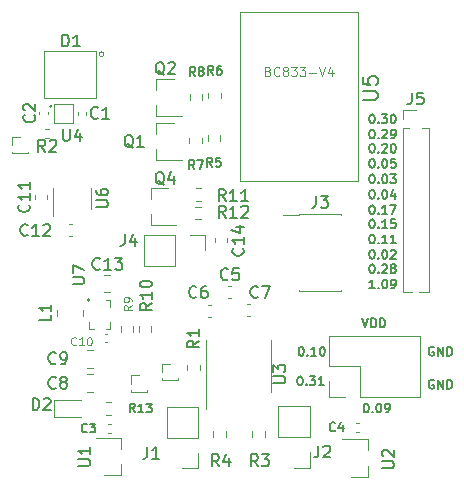
<source format=gbr>
%TF.GenerationSoftware,KiCad,Pcbnew,(5.1.9)-1*%
%TF.CreationDate,2021-03-26T18:59:29+01:00*%
%TF.ProjectId,DotBot,446f7442-6f74-42e6-9b69-6361645f7063,rev?*%
%TF.SameCoordinates,Original*%
%TF.FileFunction,Legend,Top*%
%TF.FilePolarity,Positive*%
%FSLAX46Y46*%
G04 Gerber Fmt 4.6, Leading zero omitted, Abs format (unit mm)*
G04 Created by KiCad (PCBNEW (5.1.9)-1) date 2021-03-26 18:59:29*
%MOMM*%
%LPD*%
G01*
G04 APERTURE LIST*
%ADD10C,0.150000*%
%ADD11C,0.120000*%
%ADD12C,0.100000*%
%ADD13C,0.200000*%
%ADD14C,0.105664*%
G04 APERTURE END LIST*
D10*
X106271428Y-75189285D02*
X106342857Y-75189285D01*
X106414285Y-75225000D01*
X106450000Y-75260714D01*
X106485714Y-75332142D01*
X106521428Y-75475000D01*
X106521428Y-75653571D01*
X106485714Y-75796428D01*
X106450000Y-75867857D01*
X106414285Y-75903571D01*
X106342857Y-75939285D01*
X106271428Y-75939285D01*
X106200000Y-75903571D01*
X106164285Y-75867857D01*
X106128571Y-75796428D01*
X106092857Y-75653571D01*
X106092857Y-75475000D01*
X106128571Y-75332142D01*
X106164285Y-75260714D01*
X106200000Y-75225000D01*
X106271428Y-75189285D01*
X106842857Y-75867857D02*
X106878571Y-75903571D01*
X106842857Y-75939285D01*
X106807142Y-75903571D01*
X106842857Y-75867857D01*
X106842857Y-75939285D01*
X107342857Y-75189285D02*
X107414285Y-75189285D01*
X107485714Y-75225000D01*
X107521428Y-75260714D01*
X107557142Y-75332142D01*
X107592857Y-75475000D01*
X107592857Y-75653571D01*
X107557142Y-75796428D01*
X107521428Y-75867857D01*
X107485714Y-75903571D01*
X107414285Y-75939285D01*
X107342857Y-75939285D01*
X107271428Y-75903571D01*
X107235714Y-75867857D01*
X107200000Y-75796428D01*
X107164285Y-75653571D01*
X107164285Y-75475000D01*
X107200000Y-75332142D01*
X107235714Y-75260714D01*
X107271428Y-75225000D01*
X107342857Y-75189285D01*
X107950000Y-75939285D02*
X108092857Y-75939285D01*
X108164285Y-75903571D01*
X108200000Y-75867857D01*
X108271428Y-75760714D01*
X108307142Y-75617857D01*
X108307142Y-75332142D01*
X108271428Y-75260714D01*
X108235714Y-75225000D01*
X108164285Y-75189285D01*
X108021428Y-75189285D01*
X107950000Y-75225000D01*
X107914285Y-75260714D01*
X107878571Y-75332142D01*
X107878571Y-75510714D01*
X107914285Y-75582142D01*
X107950000Y-75617857D01*
X108021428Y-75653571D01*
X108164285Y-75653571D01*
X108235714Y-75617857D01*
X108271428Y-75582142D01*
X108307142Y-75510714D01*
X112028571Y-73225000D02*
X111957142Y-73189285D01*
X111850000Y-73189285D01*
X111742857Y-73225000D01*
X111671428Y-73296428D01*
X111635714Y-73367857D01*
X111600000Y-73510714D01*
X111600000Y-73617857D01*
X111635714Y-73760714D01*
X111671428Y-73832142D01*
X111742857Y-73903571D01*
X111850000Y-73939285D01*
X111921428Y-73939285D01*
X112028571Y-73903571D01*
X112064285Y-73867857D01*
X112064285Y-73617857D01*
X111921428Y-73617857D01*
X112385714Y-73939285D02*
X112385714Y-73189285D01*
X112814285Y-73939285D01*
X112814285Y-73189285D01*
X113171428Y-73939285D02*
X113171428Y-73189285D01*
X113350000Y-73189285D01*
X113457142Y-73225000D01*
X113528571Y-73296428D01*
X113564285Y-73367857D01*
X113600000Y-73510714D01*
X113600000Y-73617857D01*
X113564285Y-73760714D01*
X113528571Y-73832142D01*
X113457142Y-73903571D01*
X113350000Y-73939285D01*
X113171428Y-73939285D01*
X112028571Y-70425000D02*
X111957142Y-70389285D01*
X111850000Y-70389285D01*
X111742857Y-70425000D01*
X111671428Y-70496428D01*
X111635714Y-70567857D01*
X111600000Y-70710714D01*
X111600000Y-70817857D01*
X111635714Y-70960714D01*
X111671428Y-71032142D01*
X111742857Y-71103571D01*
X111850000Y-71139285D01*
X111921428Y-71139285D01*
X112028571Y-71103571D01*
X112064285Y-71067857D01*
X112064285Y-70817857D01*
X111921428Y-70817857D01*
X112385714Y-71139285D02*
X112385714Y-70389285D01*
X112814285Y-71139285D01*
X112814285Y-70389285D01*
X113171428Y-71139285D02*
X113171428Y-70389285D01*
X113350000Y-70389285D01*
X113457142Y-70425000D01*
X113528571Y-70496428D01*
X113564285Y-70567857D01*
X113600000Y-70710714D01*
X113600000Y-70817857D01*
X113564285Y-70960714D01*
X113528571Y-71032142D01*
X113457142Y-71103571D01*
X113350000Y-71139285D01*
X113171428Y-71139285D01*
X106000000Y-67989285D02*
X106250000Y-68739285D01*
X106500000Y-67989285D01*
X106750000Y-68739285D02*
X106750000Y-67989285D01*
X106928571Y-67989285D01*
X107035714Y-68025000D01*
X107107142Y-68096428D01*
X107142857Y-68167857D01*
X107178571Y-68310714D01*
X107178571Y-68417857D01*
X107142857Y-68560714D01*
X107107142Y-68632142D01*
X107035714Y-68703571D01*
X106928571Y-68739285D01*
X106750000Y-68739285D01*
X107500000Y-68739285D02*
X107500000Y-67989285D01*
X107678571Y-67989285D01*
X107785714Y-68025000D01*
X107857142Y-68096428D01*
X107892857Y-68167857D01*
X107928571Y-68310714D01*
X107928571Y-68417857D01*
X107892857Y-68560714D01*
X107857142Y-68632142D01*
X107785714Y-68703571D01*
X107678571Y-68739285D01*
X107500000Y-68739285D01*
X100671428Y-72889285D02*
X100742857Y-72889285D01*
X100814285Y-72925000D01*
X100850000Y-72960714D01*
X100885714Y-73032142D01*
X100921428Y-73175000D01*
X100921428Y-73353571D01*
X100885714Y-73496428D01*
X100850000Y-73567857D01*
X100814285Y-73603571D01*
X100742857Y-73639285D01*
X100671428Y-73639285D01*
X100600000Y-73603571D01*
X100564285Y-73567857D01*
X100528571Y-73496428D01*
X100492857Y-73353571D01*
X100492857Y-73175000D01*
X100528571Y-73032142D01*
X100564285Y-72960714D01*
X100600000Y-72925000D01*
X100671428Y-72889285D01*
X101242857Y-73567857D02*
X101278571Y-73603571D01*
X101242857Y-73639285D01*
X101207142Y-73603571D01*
X101242857Y-73567857D01*
X101242857Y-73639285D01*
X101528571Y-72889285D02*
X101992857Y-72889285D01*
X101742857Y-73175000D01*
X101850000Y-73175000D01*
X101921428Y-73210714D01*
X101957142Y-73246428D01*
X101992857Y-73317857D01*
X101992857Y-73496428D01*
X101957142Y-73567857D01*
X101921428Y-73603571D01*
X101850000Y-73639285D01*
X101635714Y-73639285D01*
X101564285Y-73603571D01*
X101528571Y-73567857D01*
X102707142Y-73639285D02*
X102278571Y-73639285D01*
X102492857Y-73639285D02*
X102492857Y-72889285D01*
X102421428Y-72996428D01*
X102350000Y-73067857D01*
X102278571Y-73103571D01*
X100771428Y-70389285D02*
X100842857Y-70389285D01*
X100914285Y-70425000D01*
X100950000Y-70460714D01*
X100985714Y-70532142D01*
X101021428Y-70675000D01*
X101021428Y-70853571D01*
X100985714Y-70996428D01*
X100950000Y-71067857D01*
X100914285Y-71103571D01*
X100842857Y-71139285D01*
X100771428Y-71139285D01*
X100700000Y-71103571D01*
X100664285Y-71067857D01*
X100628571Y-70996428D01*
X100592857Y-70853571D01*
X100592857Y-70675000D01*
X100628571Y-70532142D01*
X100664285Y-70460714D01*
X100700000Y-70425000D01*
X100771428Y-70389285D01*
X101342857Y-71067857D02*
X101378571Y-71103571D01*
X101342857Y-71139285D01*
X101307142Y-71103571D01*
X101342857Y-71067857D01*
X101342857Y-71139285D01*
X102092857Y-71139285D02*
X101664285Y-71139285D01*
X101878571Y-71139285D02*
X101878571Y-70389285D01*
X101807142Y-70496428D01*
X101735714Y-70567857D01*
X101664285Y-70603571D01*
X102557142Y-70389285D02*
X102628571Y-70389285D01*
X102700000Y-70425000D01*
X102735714Y-70460714D01*
X102771428Y-70532142D01*
X102807142Y-70675000D01*
X102807142Y-70853571D01*
X102771428Y-70996428D01*
X102735714Y-71067857D01*
X102700000Y-71103571D01*
X102628571Y-71139285D01*
X102557142Y-71139285D01*
X102485714Y-71103571D01*
X102450000Y-71067857D01*
X102414285Y-70996428D01*
X102378571Y-70853571D01*
X102378571Y-70675000D01*
X102414285Y-70532142D01*
X102450000Y-70460714D01*
X102485714Y-70425000D01*
X102557142Y-70389285D01*
X106771428Y-51989285D02*
X106842857Y-51989285D01*
X106914285Y-52025000D01*
X106950000Y-52060714D01*
X106985714Y-52132142D01*
X107021428Y-52275000D01*
X107021428Y-52453571D01*
X106985714Y-52596428D01*
X106950000Y-52667857D01*
X106914285Y-52703571D01*
X106842857Y-52739285D01*
X106771428Y-52739285D01*
X106700000Y-52703571D01*
X106664285Y-52667857D01*
X106628571Y-52596428D01*
X106592857Y-52453571D01*
X106592857Y-52275000D01*
X106628571Y-52132142D01*
X106664285Y-52060714D01*
X106700000Y-52025000D01*
X106771428Y-51989285D01*
X107342857Y-52667857D02*
X107378571Y-52703571D01*
X107342857Y-52739285D01*
X107307142Y-52703571D01*
X107342857Y-52667857D01*
X107342857Y-52739285D01*
X107664285Y-52060714D02*
X107700000Y-52025000D01*
X107771428Y-51989285D01*
X107950000Y-51989285D01*
X108021428Y-52025000D01*
X108057142Y-52060714D01*
X108092857Y-52132142D01*
X108092857Y-52203571D01*
X108057142Y-52310714D01*
X107628571Y-52739285D01*
X108092857Y-52739285D01*
X108450000Y-52739285D02*
X108592857Y-52739285D01*
X108664285Y-52703571D01*
X108700000Y-52667857D01*
X108771428Y-52560714D01*
X108807142Y-52417857D01*
X108807142Y-52132142D01*
X108771428Y-52060714D01*
X108735714Y-52025000D01*
X108664285Y-51989285D01*
X108521428Y-51989285D01*
X108450000Y-52025000D01*
X108414285Y-52060714D01*
X108378571Y-52132142D01*
X108378571Y-52310714D01*
X108414285Y-52382142D01*
X108450000Y-52417857D01*
X108521428Y-52453571D01*
X108664285Y-52453571D01*
X108735714Y-52417857D01*
X108771428Y-52382142D01*
X108807142Y-52310714D01*
X106771428Y-60889285D02*
X106842857Y-60889285D01*
X106914285Y-60925000D01*
X106950000Y-60960714D01*
X106985714Y-61032142D01*
X107021428Y-61175000D01*
X107021428Y-61353571D01*
X106985714Y-61496428D01*
X106950000Y-61567857D01*
X106914285Y-61603571D01*
X106842857Y-61639285D01*
X106771428Y-61639285D01*
X106700000Y-61603571D01*
X106664285Y-61567857D01*
X106628571Y-61496428D01*
X106592857Y-61353571D01*
X106592857Y-61175000D01*
X106628571Y-61032142D01*
X106664285Y-60960714D01*
X106700000Y-60925000D01*
X106771428Y-60889285D01*
X107342857Y-61567857D02*
X107378571Y-61603571D01*
X107342857Y-61639285D01*
X107307142Y-61603571D01*
X107342857Y-61567857D01*
X107342857Y-61639285D01*
X108092857Y-61639285D02*
X107664285Y-61639285D01*
X107878571Y-61639285D02*
X107878571Y-60889285D01*
X107807142Y-60996428D01*
X107735714Y-61067857D01*
X107664285Y-61103571D01*
X108807142Y-61639285D02*
X108378571Y-61639285D01*
X108592857Y-61639285D02*
X108592857Y-60889285D01*
X108521428Y-60996428D01*
X108450000Y-61067857D01*
X108378571Y-61103571D01*
X107021428Y-65439285D02*
X106592857Y-65439285D01*
X106807142Y-65439285D02*
X106807142Y-64689285D01*
X106735714Y-64796428D01*
X106664285Y-64867857D01*
X106592857Y-64903571D01*
X107342857Y-65367857D02*
X107378571Y-65403571D01*
X107342857Y-65439285D01*
X107307142Y-65403571D01*
X107342857Y-65367857D01*
X107342857Y-65439285D01*
X107842857Y-64689285D02*
X107914285Y-64689285D01*
X107985714Y-64725000D01*
X108021428Y-64760714D01*
X108057142Y-64832142D01*
X108092857Y-64975000D01*
X108092857Y-65153571D01*
X108057142Y-65296428D01*
X108021428Y-65367857D01*
X107985714Y-65403571D01*
X107914285Y-65439285D01*
X107842857Y-65439285D01*
X107771428Y-65403571D01*
X107735714Y-65367857D01*
X107700000Y-65296428D01*
X107664285Y-65153571D01*
X107664285Y-64975000D01*
X107700000Y-64832142D01*
X107735714Y-64760714D01*
X107771428Y-64725000D01*
X107842857Y-64689285D01*
X108450000Y-65439285D02*
X108592857Y-65439285D01*
X108664285Y-65403571D01*
X108700000Y-65367857D01*
X108771428Y-65260714D01*
X108807142Y-65117857D01*
X108807142Y-64832142D01*
X108771428Y-64760714D01*
X108735714Y-64725000D01*
X108664285Y-64689285D01*
X108521428Y-64689285D01*
X108450000Y-64725000D01*
X108414285Y-64760714D01*
X108378571Y-64832142D01*
X108378571Y-65010714D01*
X108414285Y-65082142D01*
X108450000Y-65117857D01*
X108521428Y-65153571D01*
X108664285Y-65153571D01*
X108735714Y-65117857D01*
X108771428Y-65082142D01*
X108807142Y-65010714D01*
X106771428Y-59589285D02*
X106842857Y-59589285D01*
X106914285Y-59625000D01*
X106950000Y-59660714D01*
X106985714Y-59732142D01*
X107021428Y-59875000D01*
X107021428Y-60053571D01*
X106985714Y-60196428D01*
X106950000Y-60267857D01*
X106914285Y-60303571D01*
X106842857Y-60339285D01*
X106771428Y-60339285D01*
X106700000Y-60303571D01*
X106664285Y-60267857D01*
X106628571Y-60196428D01*
X106592857Y-60053571D01*
X106592857Y-59875000D01*
X106628571Y-59732142D01*
X106664285Y-59660714D01*
X106700000Y-59625000D01*
X106771428Y-59589285D01*
X107342857Y-60267857D02*
X107378571Y-60303571D01*
X107342857Y-60339285D01*
X107307142Y-60303571D01*
X107342857Y-60267857D01*
X107342857Y-60339285D01*
X108092857Y-60339285D02*
X107664285Y-60339285D01*
X107878571Y-60339285D02*
X107878571Y-59589285D01*
X107807142Y-59696428D01*
X107735714Y-59767857D01*
X107664285Y-59803571D01*
X108771428Y-59589285D02*
X108414285Y-59589285D01*
X108378571Y-59946428D01*
X108414285Y-59910714D01*
X108485714Y-59875000D01*
X108664285Y-59875000D01*
X108735714Y-59910714D01*
X108771428Y-59946428D01*
X108807142Y-60017857D01*
X108807142Y-60196428D01*
X108771428Y-60267857D01*
X108735714Y-60303571D01*
X108664285Y-60339285D01*
X108485714Y-60339285D01*
X108414285Y-60303571D01*
X108378571Y-60267857D01*
X106771428Y-58389285D02*
X106842857Y-58389285D01*
X106914285Y-58425000D01*
X106950000Y-58460714D01*
X106985714Y-58532142D01*
X107021428Y-58675000D01*
X107021428Y-58853571D01*
X106985714Y-58996428D01*
X106950000Y-59067857D01*
X106914285Y-59103571D01*
X106842857Y-59139285D01*
X106771428Y-59139285D01*
X106700000Y-59103571D01*
X106664285Y-59067857D01*
X106628571Y-58996428D01*
X106592857Y-58853571D01*
X106592857Y-58675000D01*
X106628571Y-58532142D01*
X106664285Y-58460714D01*
X106700000Y-58425000D01*
X106771428Y-58389285D01*
X107342857Y-59067857D02*
X107378571Y-59103571D01*
X107342857Y-59139285D01*
X107307142Y-59103571D01*
X107342857Y-59067857D01*
X107342857Y-59139285D01*
X108092857Y-59139285D02*
X107664285Y-59139285D01*
X107878571Y-59139285D02*
X107878571Y-58389285D01*
X107807142Y-58496428D01*
X107735714Y-58567857D01*
X107664285Y-58603571D01*
X108342857Y-58389285D02*
X108842857Y-58389285D01*
X108521428Y-59139285D01*
X106771428Y-63389285D02*
X106842857Y-63389285D01*
X106914285Y-63425000D01*
X106950000Y-63460714D01*
X106985714Y-63532142D01*
X107021428Y-63675000D01*
X107021428Y-63853571D01*
X106985714Y-63996428D01*
X106950000Y-64067857D01*
X106914285Y-64103571D01*
X106842857Y-64139285D01*
X106771428Y-64139285D01*
X106700000Y-64103571D01*
X106664285Y-64067857D01*
X106628571Y-63996428D01*
X106592857Y-63853571D01*
X106592857Y-63675000D01*
X106628571Y-63532142D01*
X106664285Y-63460714D01*
X106700000Y-63425000D01*
X106771428Y-63389285D01*
X107342857Y-64067857D02*
X107378571Y-64103571D01*
X107342857Y-64139285D01*
X107307142Y-64103571D01*
X107342857Y-64067857D01*
X107342857Y-64139285D01*
X107664285Y-63460714D02*
X107700000Y-63425000D01*
X107771428Y-63389285D01*
X107950000Y-63389285D01*
X108021428Y-63425000D01*
X108057142Y-63460714D01*
X108092857Y-63532142D01*
X108092857Y-63603571D01*
X108057142Y-63710714D01*
X107628571Y-64139285D01*
X108092857Y-64139285D01*
X108521428Y-63710714D02*
X108450000Y-63675000D01*
X108414285Y-63639285D01*
X108378571Y-63567857D01*
X108378571Y-63532142D01*
X108414285Y-63460714D01*
X108450000Y-63425000D01*
X108521428Y-63389285D01*
X108664285Y-63389285D01*
X108735714Y-63425000D01*
X108771428Y-63460714D01*
X108807142Y-63532142D01*
X108807142Y-63567857D01*
X108771428Y-63639285D01*
X108735714Y-63675000D01*
X108664285Y-63710714D01*
X108521428Y-63710714D01*
X108450000Y-63746428D01*
X108414285Y-63782142D01*
X108378571Y-63853571D01*
X108378571Y-63996428D01*
X108414285Y-64067857D01*
X108450000Y-64103571D01*
X108521428Y-64139285D01*
X108664285Y-64139285D01*
X108735714Y-64103571D01*
X108771428Y-64067857D01*
X108807142Y-63996428D01*
X108807142Y-63853571D01*
X108771428Y-63782142D01*
X108735714Y-63746428D01*
X108664285Y-63710714D01*
X106771428Y-57089285D02*
X106842857Y-57089285D01*
X106914285Y-57125000D01*
X106950000Y-57160714D01*
X106985714Y-57232142D01*
X107021428Y-57375000D01*
X107021428Y-57553571D01*
X106985714Y-57696428D01*
X106950000Y-57767857D01*
X106914285Y-57803571D01*
X106842857Y-57839285D01*
X106771428Y-57839285D01*
X106700000Y-57803571D01*
X106664285Y-57767857D01*
X106628571Y-57696428D01*
X106592857Y-57553571D01*
X106592857Y-57375000D01*
X106628571Y-57232142D01*
X106664285Y-57160714D01*
X106700000Y-57125000D01*
X106771428Y-57089285D01*
X107342857Y-57767857D02*
X107378571Y-57803571D01*
X107342857Y-57839285D01*
X107307142Y-57803571D01*
X107342857Y-57767857D01*
X107342857Y-57839285D01*
X107842857Y-57089285D02*
X107914285Y-57089285D01*
X107985714Y-57125000D01*
X108021428Y-57160714D01*
X108057142Y-57232142D01*
X108092857Y-57375000D01*
X108092857Y-57553571D01*
X108057142Y-57696428D01*
X108021428Y-57767857D01*
X107985714Y-57803571D01*
X107914285Y-57839285D01*
X107842857Y-57839285D01*
X107771428Y-57803571D01*
X107735714Y-57767857D01*
X107700000Y-57696428D01*
X107664285Y-57553571D01*
X107664285Y-57375000D01*
X107700000Y-57232142D01*
X107735714Y-57160714D01*
X107771428Y-57125000D01*
X107842857Y-57089285D01*
X108735714Y-57339285D02*
X108735714Y-57839285D01*
X108557142Y-57053571D02*
X108378571Y-57589285D01*
X108842857Y-57589285D01*
X106771428Y-62189285D02*
X106842857Y-62189285D01*
X106914285Y-62225000D01*
X106950000Y-62260714D01*
X106985714Y-62332142D01*
X107021428Y-62475000D01*
X107021428Y-62653571D01*
X106985714Y-62796428D01*
X106950000Y-62867857D01*
X106914285Y-62903571D01*
X106842857Y-62939285D01*
X106771428Y-62939285D01*
X106700000Y-62903571D01*
X106664285Y-62867857D01*
X106628571Y-62796428D01*
X106592857Y-62653571D01*
X106592857Y-62475000D01*
X106628571Y-62332142D01*
X106664285Y-62260714D01*
X106700000Y-62225000D01*
X106771428Y-62189285D01*
X107342857Y-62867857D02*
X107378571Y-62903571D01*
X107342857Y-62939285D01*
X107307142Y-62903571D01*
X107342857Y-62867857D01*
X107342857Y-62939285D01*
X107842857Y-62189285D02*
X107914285Y-62189285D01*
X107985714Y-62225000D01*
X108021428Y-62260714D01*
X108057142Y-62332142D01*
X108092857Y-62475000D01*
X108092857Y-62653571D01*
X108057142Y-62796428D01*
X108021428Y-62867857D01*
X107985714Y-62903571D01*
X107914285Y-62939285D01*
X107842857Y-62939285D01*
X107771428Y-62903571D01*
X107735714Y-62867857D01*
X107700000Y-62796428D01*
X107664285Y-62653571D01*
X107664285Y-62475000D01*
X107700000Y-62332142D01*
X107735714Y-62260714D01*
X107771428Y-62225000D01*
X107842857Y-62189285D01*
X108378571Y-62260714D02*
X108414285Y-62225000D01*
X108485714Y-62189285D01*
X108664285Y-62189285D01*
X108735714Y-62225000D01*
X108771428Y-62260714D01*
X108807142Y-62332142D01*
X108807142Y-62403571D01*
X108771428Y-62510714D01*
X108342857Y-62939285D01*
X108807142Y-62939285D01*
X106771428Y-55789285D02*
X106842857Y-55789285D01*
X106914285Y-55825000D01*
X106950000Y-55860714D01*
X106985714Y-55932142D01*
X107021428Y-56075000D01*
X107021428Y-56253571D01*
X106985714Y-56396428D01*
X106950000Y-56467857D01*
X106914285Y-56503571D01*
X106842857Y-56539285D01*
X106771428Y-56539285D01*
X106700000Y-56503571D01*
X106664285Y-56467857D01*
X106628571Y-56396428D01*
X106592857Y-56253571D01*
X106592857Y-56075000D01*
X106628571Y-55932142D01*
X106664285Y-55860714D01*
X106700000Y-55825000D01*
X106771428Y-55789285D01*
X107342857Y-56467857D02*
X107378571Y-56503571D01*
X107342857Y-56539285D01*
X107307142Y-56503571D01*
X107342857Y-56467857D01*
X107342857Y-56539285D01*
X107842857Y-55789285D02*
X107914285Y-55789285D01*
X107985714Y-55825000D01*
X108021428Y-55860714D01*
X108057142Y-55932142D01*
X108092857Y-56075000D01*
X108092857Y-56253571D01*
X108057142Y-56396428D01*
X108021428Y-56467857D01*
X107985714Y-56503571D01*
X107914285Y-56539285D01*
X107842857Y-56539285D01*
X107771428Y-56503571D01*
X107735714Y-56467857D01*
X107700000Y-56396428D01*
X107664285Y-56253571D01*
X107664285Y-56075000D01*
X107700000Y-55932142D01*
X107735714Y-55860714D01*
X107771428Y-55825000D01*
X107842857Y-55789285D01*
X108342857Y-55789285D02*
X108807142Y-55789285D01*
X108557142Y-56075000D01*
X108664285Y-56075000D01*
X108735714Y-56110714D01*
X108771428Y-56146428D01*
X108807142Y-56217857D01*
X108807142Y-56396428D01*
X108771428Y-56467857D01*
X108735714Y-56503571D01*
X108664285Y-56539285D01*
X108450000Y-56539285D01*
X108378571Y-56503571D01*
X108342857Y-56467857D01*
X106771428Y-54489285D02*
X106842857Y-54489285D01*
X106914285Y-54525000D01*
X106950000Y-54560714D01*
X106985714Y-54632142D01*
X107021428Y-54775000D01*
X107021428Y-54953571D01*
X106985714Y-55096428D01*
X106950000Y-55167857D01*
X106914285Y-55203571D01*
X106842857Y-55239285D01*
X106771428Y-55239285D01*
X106700000Y-55203571D01*
X106664285Y-55167857D01*
X106628571Y-55096428D01*
X106592857Y-54953571D01*
X106592857Y-54775000D01*
X106628571Y-54632142D01*
X106664285Y-54560714D01*
X106700000Y-54525000D01*
X106771428Y-54489285D01*
X107342857Y-55167857D02*
X107378571Y-55203571D01*
X107342857Y-55239285D01*
X107307142Y-55203571D01*
X107342857Y-55167857D01*
X107342857Y-55239285D01*
X107842857Y-54489285D02*
X107914285Y-54489285D01*
X107985714Y-54525000D01*
X108021428Y-54560714D01*
X108057142Y-54632142D01*
X108092857Y-54775000D01*
X108092857Y-54953571D01*
X108057142Y-55096428D01*
X108021428Y-55167857D01*
X107985714Y-55203571D01*
X107914285Y-55239285D01*
X107842857Y-55239285D01*
X107771428Y-55203571D01*
X107735714Y-55167857D01*
X107700000Y-55096428D01*
X107664285Y-54953571D01*
X107664285Y-54775000D01*
X107700000Y-54632142D01*
X107735714Y-54560714D01*
X107771428Y-54525000D01*
X107842857Y-54489285D01*
X108771428Y-54489285D02*
X108414285Y-54489285D01*
X108378571Y-54846428D01*
X108414285Y-54810714D01*
X108485714Y-54775000D01*
X108664285Y-54775000D01*
X108735714Y-54810714D01*
X108771428Y-54846428D01*
X108807142Y-54917857D01*
X108807142Y-55096428D01*
X108771428Y-55167857D01*
X108735714Y-55203571D01*
X108664285Y-55239285D01*
X108485714Y-55239285D01*
X108414285Y-55203571D01*
X108378571Y-55167857D01*
X106771428Y-53189285D02*
X106842857Y-53189285D01*
X106914285Y-53225000D01*
X106950000Y-53260714D01*
X106985714Y-53332142D01*
X107021428Y-53475000D01*
X107021428Y-53653571D01*
X106985714Y-53796428D01*
X106950000Y-53867857D01*
X106914285Y-53903571D01*
X106842857Y-53939285D01*
X106771428Y-53939285D01*
X106700000Y-53903571D01*
X106664285Y-53867857D01*
X106628571Y-53796428D01*
X106592857Y-53653571D01*
X106592857Y-53475000D01*
X106628571Y-53332142D01*
X106664285Y-53260714D01*
X106700000Y-53225000D01*
X106771428Y-53189285D01*
X107342857Y-53867857D02*
X107378571Y-53903571D01*
X107342857Y-53939285D01*
X107307142Y-53903571D01*
X107342857Y-53867857D01*
X107342857Y-53939285D01*
X107664285Y-53260714D02*
X107700000Y-53225000D01*
X107771428Y-53189285D01*
X107950000Y-53189285D01*
X108021428Y-53225000D01*
X108057142Y-53260714D01*
X108092857Y-53332142D01*
X108092857Y-53403571D01*
X108057142Y-53510714D01*
X107628571Y-53939285D01*
X108092857Y-53939285D01*
X108557142Y-53189285D02*
X108628571Y-53189285D01*
X108700000Y-53225000D01*
X108735714Y-53260714D01*
X108771428Y-53332142D01*
X108807142Y-53475000D01*
X108807142Y-53653571D01*
X108771428Y-53796428D01*
X108735714Y-53867857D01*
X108700000Y-53903571D01*
X108628571Y-53939285D01*
X108557142Y-53939285D01*
X108485714Y-53903571D01*
X108450000Y-53867857D01*
X108414285Y-53796428D01*
X108378571Y-53653571D01*
X108378571Y-53475000D01*
X108414285Y-53332142D01*
X108450000Y-53260714D01*
X108485714Y-53225000D01*
X108557142Y-53189285D01*
X106771428Y-50689285D02*
X106842857Y-50689285D01*
X106914285Y-50725000D01*
X106950000Y-50760714D01*
X106985714Y-50832142D01*
X107021428Y-50975000D01*
X107021428Y-51153571D01*
X106985714Y-51296428D01*
X106950000Y-51367857D01*
X106914285Y-51403571D01*
X106842857Y-51439285D01*
X106771428Y-51439285D01*
X106700000Y-51403571D01*
X106664285Y-51367857D01*
X106628571Y-51296428D01*
X106592857Y-51153571D01*
X106592857Y-50975000D01*
X106628571Y-50832142D01*
X106664285Y-50760714D01*
X106700000Y-50725000D01*
X106771428Y-50689285D01*
X107342857Y-51367857D02*
X107378571Y-51403571D01*
X107342857Y-51439285D01*
X107307142Y-51403571D01*
X107342857Y-51367857D01*
X107342857Y-51439285D01*
X107628571Y-50689285D02*
X108092857Y-50689285D01*
X107842857Y-50975000D01*
X107950000Y-50975000D01*
X108021428Y-51010714D01*
X108057142Y-51046428D01*
X108092857Y-51117857D01*
X108092857Y-51296428D01*
X108057142Y-51367857D01*
X108021428Y-51403571D01*
X107950000Y-51439285D01*
X107735714Y-51439285D01*
X107664285Y-51403571D01*
X107628571Y-51367857D01*
X108557142Y-50689285D02*
X108628571Y-50689285D01*
X108700000Y-50725000D01*
X108735714Y-50760714D01*
X108771428Y-50832142D01*
X108807142Y-50975000D01*
X108807142Y-51153571D01*
X108771428Y-51296428D01*
X108735714Y-51367857D01*
X108700000Y-51403571D01*
X108628571Y-51439285D01*
X108557142Y-51439285D01*
X108485714Y-51403571D01*
X108450000Y-51367857D01*
X108414285Y-51296428D01*
X108378571Y-51153571D01*
X108378571Y-50975000D01*
X108414285Y-50832142D01*
X108450000Y-50760714D01*
X108485714Y-50725000D01*
X108557142Y-50689285D01*
D11*
%TO.C,J5*%
X109390000Y-65765000D02*
X110192470Y-65765000D01*
X110807530Y-65765000D02*
X111610000Y-65765000D01*
X109390000Y-51860000D02*
X109390000Y-65765000D01*
X111610000Y-51860000D02*
X111610000Y-65765000D01*
X109390000Y-51860000D02*
X109936529Y-51860000D01*
X111063471Y-51860000D02*
X111610000Y-51860000D01*
X109390000Y-51100000D02*
X109390000Y-50340000D01*
X109390000Y-50340000D02*
X110500000Y-50340000D01*
%TO.C,J6*%
X110910000Y-74630000D02*
X110910000Y-69430000D01*
X105770000Y-74630000D02*
X110910000Y-74630000D01*
X103170000Y-69430000D02*
X110910000Y-69430000D01*
X105770000Y-74630000D02*
X105770000Y-72030000D01*
X105770000Y-72030000D02*
X103170000Y-72030000D01*
X103170000Y-72030000D02*
X103170000Y-69430000D01*
X104500000Y-74630000D02*
X103170000Y-74630000D01*
X103170000Y-74630000D02*
X103170000Y-73300000D01*
%TO.C,C7*%
X96184420Y-67810000D02*
X96465580Y-67810000D01*
X96184420Y-66790000D02*
X96465580Y-66790000D01*
%TO.C,J2*%
X101530000Y-75430000D02*
X98870000Y-75430000D01*
X101530000Y-78030000D02*
X101530000Y-75430000D01*
X98870000Y-78030000D02*
X98870000Y-75430000D01*
X101530000Y-78030000D02*
X98870000Y-78030000D01*
X101530000Y-79300000D02*
X101530000Y-80630000D01*
X101530000Y-80630000D02*
X100200000Y-80630000D01*
%TO.C,C14*%
X94510000Y-61209420D02*
X94510000Y-61490580D01*
X93490000Y-61209420D02*
X93490000Y-61490580D01*
%TO.C,TP3*%
X76305000Y-52615000D02*
X77000000Y-52615000D01*
X76305000Y-53300000D02*
X76305000Y-52615000D01*
X77608276Y-53985000D02*
X77695000Y-53985000D01*
X76305000Y-53985000D02*
X76391724Y-53985000D01*
X77695000Y-53985000D02*
X77695000Y-53860000D01*
X76305000Y-53985000D02*
X76305000Y-53860000D01*
X76305000Y-53985000D02*
X77695000Y-53985000D01*
%TO.C,TP2*%
X86405000Y-72815000D02*
X87100000Y-72815000D01*
X86405000Y-73500000D02*
X86405000Y-72815000D01*
X87708276Y-74185000D02*
X87795000Y-74185000D01*
X86405000Y-74185000D02*
X86491724Y-74185000D01*
X87795000Y-74185000D02*
X87795000Y-74060000D01*
X86405000Y-74185000D02*
X86405000Y-74060000D01*
X86405000Y-74185000D02*
X87795000Y-74185000D01*
%TO.C,TP1*%
X89005000Y-71815000D02*
X89700000Y-71815000D01*
X89005000Y-72500000D02*
X89005000Y-71815000D01*
X90308276Y-73185000D02*
X90395000Y-73185000D01*
X89005000Y-73185000D02*
X89091724Y-73185000D01*
X90395000Y-73185000D02*
X90395000Y-73060000D01*
X89005000Y-73185000D02*
X89005000Y-73060000D01*
X89005000Y-73185000D02*
X90395000Y-73185000D01*
%TO.C,R13*%
X84737258Y-75077500D02*
X84262742Y-75077500D01*
X84737258Y-76122500D02*
X84262742Y-76122500D01*
%TO.C,D2*%
X79915000Y-76335000D02*
X82200000Y-76335000D01*
X79915000Y-74865000D02*
X79915000Y-76335000D01*
X82200000Y-74865000D02*
X79915000Y-74865000D01*
%TO.C,J3*%
X104165000Y-65570000D02*
X104165000Y-65635000D01*
X100635000Y-65570000D02*
X100635000Y-65635000D01*
X104165000Y-59165000D02*
X104165000Y-59230000D01*
X100635000Y-59165000D02*
X100635000Y-59230000D01*
X99310000Y-59230000D02*
X100635000Y-59230000D01*
X100635000Y-65635000D02*
X104165000Y-65635000D01*
X100635000Y-59165000D02*
X104165000Y-59165000D01*
%TO.C,J4*%
X87492000Y-60896000D02*
X87492000Y-63556000D01*
X90092000Y-60896000D02*
X87492000Y-60896000D01*
X90092000Y-63556000D02*
X87492000Y-63556000D01*
X90092000Y-60896000D02*
X90092000Y-63556000D01*
X91362000Y-60896000D02*
X92692000Y-60896000D01*
X92692000Y-60896000D02*
X92692000Y-62226000D01*
%TO.C,J1*%
X92080000Y-75480000D02*
X89420000Y-75480000D01*
X92080000Y-78080000D02*
X92080000Y-75480000D01*
X89420000Y-78080000D02*
X89420000Y-75480000D01*
X92080000Y-78080000D02*
X89420000Y-78080000D01*
X92080000Y-79350000D02*
X92080000Y-80680000D01*
X92080000Y-80680000D02*
X90750000Y-80680000D01*
D12*
%TO.C,U4*%
X79912000Y-51420000D02*
X79912000Y-49820000D01*
X81512000Y-51420000D02*
X79912000Y-51420000D01*
X81512000Y-49820000D02*
X81512000Y-51420000D01*
X79912000Y-49820000D02*
X81512000Y-49820000D01*
D11*
X79712000Y-50020000D02*
G75*
G03*
X79712000Y-50020000I-100000J0D01*
G01*
%TO.C,C1*%
X81876000Y-50512164D02*
X81876000Y-50727836D01*
X82596000Y-50512164D02*
X82596000Y-50727836D01*
%TO.C,C2*%
X78640000Y-50687836D02*
X78640000Y-50472164D01*
X79360000Y-50687836D02*
X79360000Y-50472164D01*
%TO.C,C3*%
X84492164Y-77660000D02*
X84707836Y-77660000D01*
X84492164Y-76940000D02*
X84707836Y-76940000D01*
%TO.C,C4*%
X105492164Y-76840000D02*
X105707836Y-76840000D01*
X105492164Y-77560000D02*
X105707836Y-77560000D01*
%TO.C,C5*%
X94890580Y-65265000D02*
X94609420Y-65265000D01*
X94890580Y-66285000D02*
X94609420Y-66285000D01*
%TO.C,C6*%
X93215580Y-67835000D02*
X92934420Y-67835000D01*
X93215580Y-66815000D02*
X92934420Y-66815000D01*
%TO.C,C8*%
X83181252Y-74195000D02*
X82658748Y-74195000D01*
X83181252Y-72725000D02*
X82658748Y-72725000D01*
%TO.C,C9*%
X83181252Y-70675000D02*
X82658748Y-70675000D01*
X83181252Y-72145000D02*
X82658748Y-72145000D01*
%TO.C,C10*%
X84192164Y-70010000D02*
X84407836Y-70010000D01*
X84192164Y-69290000D02*
X84407836Y-69290000D01*
%TO.C,C11*%
X79310000Y-57559420D02*
X79310000Y-57840580D01*
X78290000Y-57559420D02*
X78290000Y-57840580D01*
%TO.C,C12*%
X81159420Y-61010000D02*
X81440580Y-61010000D01*
X81159420Y-59990000D02*
X81440580Y-59990000D01*
%TO.C,C13*%
X84661252Y-64315000D02*
X84138748Y-64315000D01*
X84661252Y-65785000D02*
X84138748Y-65785000D01*
%TO.C,D1*%
X84100000Y-45600000D02*
G75*
G03*
X84100000Y-45600000I-200000J0D01*
G01*
X79000000Y-49300000D02*
X79000000Y-45300000D01*
X83400000Y-49300000D02*
X79000000Y-49300000D01*
X83400000Y-45300000D02*
X83400000Y-49300000D01*
X79000000Y-45300000D02*
X83400000Y-45300000D01*
%TO.C,L1*%
X82360000Y-67761252D02*
X82360000Y-67238748D01*
X80140000Y-67761252D02*
X80140000Y-67238748D01*
%TO.C,Q1*%
X88556000Y-51414000D02*
X90016000Y-51414000D01*
X88556000Y-54574000D02*
X90716000Y-54574000D01*
X88556000Y-54574000D02*
X88556000Y-53644000D01*
X88556000Y-51414000D02*
X88556000Y-52344000D01*
%TO.C,Q2*%
X88556000Y-47720000D02*
X90016000Y-47720000D01*
X88556000Y-50880000D02*
X90716000Y-50880000D01*
X88556000Y-50880000D02*
X88556000Y-49950000D01*
X88556000Y-47720000D02*
X88556000Y-48650000D01*
%TO.C,Q4*%
X88090000Y-56920000D02*
X89550000Y-56920000D01*
X88090000Y-60080000D02*
X90250000Y-60080000D01*
X88090000Y-60080000D02*
X88090000Y-59150000D01*
X88090000Y-56920000D02*
X88090000Y-57850000D01*
%TO.C,R1*%
X91177500Y-72387258D02*
X91177500Y-71912742D01*
X92222500Y-72387258D02*
X92222500Y-71912742D01*
%TO.C,R2*%
X79146359Y-52680000D02*
X79453641Y-52680000D01*
X79146359Y-51920000D02*
X79453641Y-51920000D01*
%TO.C,R3*%
X97722500Y-77987258D02*
X97722500Y-77512742D01*
X96677500Y-77987258D02*
X96677500Y-77512742D01*
%TO.C,R4*%
X93377500Y-77987258D02*
X93377500Y-77512742D01*
X94422500Y-77987258D02*
X94422500Y-77512742D01*
%TO.C,R5*%
X92907500Y-52462742D02*
X92907500Y-52937258D01*
X93952500Y-52462742D02*
X93952500Y-52937258D01*
%TO.C,R6*%
X92937500Y-48862742D02*
X92937500Y-49337258D01*
X93982500Y-48862742D02*
X93982500Y-49337258D01*
%TO.C,R7*%
X91337500Y-53147258D02*
X91337500Y-52672742D01*
X92382500Y-53147258D02*
X92382500Y-52672742D01*
%TO.C,R8*%
X91367500Y-49497258D02*
X91367500Y-49022742D01*
X92412500Y-49497258D02*
X92412500Y-49022742D01*
%TO.C,R9*%
X86572500Y-69137258D02*
X86572500Y-68662742D01*
X85527500Y-69137258D02*
X85527500Y-68662742D01*
%TO.C,R10*%
X88122500Y-68662742D02*
X88122500Y-69137258D01*
X87077500Y-68662742D02*
X87077500Y-69137258D01*
%TO.C,R11*%
X91862742Y-58022500D02*
X92337258Y-58022500D01*
X91862742Y-56977500D02*
X92337258Y-56977500D01*
%TO.C,R12*%
X92287258Y-58527500D02*
X91812742Y-58527500D01*
X92287258Y-59572500D02*
X91812742Y-59572500D01*
%TO.C,U1*%
X85560000Y-81280000D02*
X85560000Y-80350000D01*
X85560000Y-78120000D02*
X85560000Y-79050000D01*
X85560000Y-78120000D02*
X83400000Y-78120000D01*
X85560000Y-81280000D02*
X84100000Y-81280000D01*
%TO.C,U2*%
X106460000Y-81380000D02*
X106460000Y-80450000D01*
X106460000Y-78220000D02*
X106460000Y-79150000D01*
X106460000Y-78220000D02*
X104300000Y-78220000D01*
X106460000Y-81380000D02*
X105000000Y-81380000D01*
%TO.C,U3*%
X92740000Y-72000000D02*
X92740000Y-75650000D01*
X92740000Y-72000000D02*
X92740000Y-69800000D01*
X98260000Y-72000000D02*
X98260000Y-74200000D01*
X98260000Y-72000000D02*
X98260000Y-69800000D01*
D12*
%TO.C,U5*%
X95596200Y-56379600D02*
X105603800Y-56379600D01*
X95596200Y-56379600D02*
X95596200Y-42079400D01*
X105603800Y-56379600D02*
X105603800Y-42079400D01*
X95596200Y-42079400D02*
X105603800Y-42079400D01*
D11*
%TO.C,U6*%
X79790000Y-56900000D02*
X79790000Y-59350000D01*
X83010000Y-58700000D02*
X83010000Y-56900000D01*
D13*
%TO.C,U7*%
X82900000Y-66400000D02*
G75*
G03*
X82900000Y-66400000I-100000J0D01*
G01*
D11*
X82875000Y-68845000D02*
X82875000Y-68307500D01*
X83252500Y-68845000D02*
X82875000Y-68845000D01*
X84625000Y-66455000D02*
X84625000Y-66992500D01*
X84247500Y-66455000D02*
X84625000Y-66455000D01*
X84625000Y-68845000D02*
X84625000Y-68307500D01*
X84247500Y-68845000D02*
X84625000Y-68845000D01*
X84625000Y-66455000D02*
X84625000Y-66992500D01*
X84247500Y-66455000D02*
X84625000Y-66455000D01*
X84625000Y-66455000D02*
X84625000Y-66992500D01*
X84247500Y-66455000D02*
X84625000Y-66455000D01*
%TD*%
%TO.C,J5*%
D10*
X110166666Y-48857380D02*
X110166666Y-49571666D01*
X110119047Y-49714523D01*
X110023809Y-49809761D01*
X109880952Y-49857380D01*
X109785714Y-49857380D01*
X111119047Y-48857380D02*
X110642857Y-48857380D01*
X110595238Y-49333571D01*
X110642857Y-49285952D01*
X110738095Y-49238333D01*
X110976190Y-49238333D01*
X111071428Y-49285952D01*
X111119047Y-49333571D01*
X111166666Y-49428809D01*
X111166666Y-49666904D01*
X111119047Y-49762142D01*
X111071428Y-49809761D01*
X110976190Y-49857380D01*
X110738095Y-49857380D01*
X110642857Y-49809761D01*
X110595238Y-49762142D01*
%TO.C,C7*%
X97133333Y-66157142D02*
X97085714Y-66204761D01*
X96942857Y-66252380D01*
X96847619Y-66252380D01*
X96704761Y-66204761D01*
X96609523Y-66109523D01*
X96561904Y-66014285D01*
X96514285Y-65823809D01*
X96514285Y-65680952D01*
X96561904Y-65490476D01*
X96609523Y-65395238D01*
X96704761Y-65300000D01*
X96847619Y-65252380D01*
X96942857Y-65252380D01*
X97085714Y-65300000D01*
X97133333Y-65347619D01*
X97466666Y-65252380D02*
X98133333Y-65252380D01*
X97704761Y-66252380D01*
%TO.C,J2*%
X102266666Y-78752380D02*
X102266666Y-79466666D01*
X102219047Y-79609523D01*
X102123809Y-79704761D01*
X101980952Y-79752380D01*
X101885714Y-79752380D01*
X102695238Y-78847619D02*
X102742857Y-78800000D01*
X102838095Y-78752380D01*
X103076190Y-78752380D01*
X103171428Y-78800000D01*
X103219047Y-78847619D01*
X103266666Y-78942857D01*
X103266666Y-79038095D01*
X103219047Y-79180952D01*
X102647619Y-79752380D01*
X103266666Y-79752380D01*
%TO.C,C14*%
X95857142Y-62042857D02*
X95904761Y-62090476D01*
X95952380Y-62233333D01*
X95952380Y-62328571D01*
X95904761Y-62471428D01*
X95809523Y-62566666D01*
X95714285Y-62614285D01*
X95523809Y-62661904D01*
X95380952Y-62661904D01*
X95190476Y-62614285D01*
X95095238Y-62566666D01*
X95000000Y-62471428D01*
X94952380Y-62328571D01*
X94952380Y-62233333D01*
X95000000Y-62090476D01*
X95047619Y-62042857D01*
X95952380Y-61090476D02*
X95952380Y-61661904D01*
X95952380Y-61376190D02*
X94952380Y-61376190D01*
X95095238Y-61471428D01*
X95190476Y-61566666D01*
X95238095Y-61661904D01*
X95285714Y-60233333D02*
X95952380Y-60233333D01*
X94904761Y-60471428D02*
X95619047Y-60709523D01*
X95619047Y-60090476D01*
%TO.C,R13*%
X86717857Y-75939285D02*
X86467857Y-75582142D01*
X86289285Y-75939285D02*
X86289285Y-75189285D01*
X86575000Y-75189285D01*
X86646428Y-75225000D01*
X86682142Y-75260714D01*
X86717857Y-75332142D01*
X86717857Y-75439285D01*
X86682142Y-75510714D01*
X86646428Y-75546428D01*
X86575000Y-75582142D01*
X86289285Y-75582142D01*
X87432142Y-75939285D02*
X87003571Y-75939285D01*
X87217857Y-75939285D02*
X87217857Y-75189285D01*
X87146428Y-75296428D01*
X87075000Y-75367857D01*
X87003571Y-75403571D01*
X87682142Y-75189285D02*
X88146428Y-75189285D01*
X87896428Y-75475000D01*
X88003571Y-75475000D01*
X88075000Y-75510714D01*
X88110714Y-75546428D01*
X88146428Y-75617857D01*
X88146428Y-75796428D01*
X88110714Y-75867857D01*
X88075000Y-75903571D01*
X88003571Y-75939285D01*
X87789285Y-75939285D01*
X87717857Y-75903571D01*
X87682142Y-75867857D01*
%TO.C,D2*%
X78061904Y-75752380D02*
X78061904Y-74752380D01*
X78300000Y-74752380D01*
X78442857Y-74800000D01*
X78538095Y-74895238D01*
X78585714Y-74990476D01*
X78633333Y-75180952D01*
X78633333Y-75323809D01*
X78585714Y-75514285D01*
X78538095Y-75609523D01*
X78442857Y-75704761D01*
X78300000Y-75752380D01*
X78061904Y-75752380D01*
X79014285Y-74847619D02*
X79061904Y-74800000D01*
X79157142Y-74752380D01*
X79395238Y-74752380D01*
X79490476Y-74800000D01*
X79538095Y-74847619D01*
X79585714Y-74942857D01*
X79585714Y-75038095D01*
X79538095Y-75180952D01*
X78966666Y-75752380D01*
X79585714Y-75752380D01*
%TO.C,J3*%
X102066666Y-57617380D02*
X102066666Y-58331666D01*
X102019047Y-58474523D01*
X101923809Y-58569761D01*
X101780952Y-58617380D01*
X101685714Y-58617380D01*
X102447619Y-57617380D02*
X103066666Y-57617380D01*
X102733333Y-57998333D01*
X102876190Y-57998333D01*
X102971428Y-58045952D01*
X103019047Y-58093571D01*
X103066666Y-58188809D01*
X103066666Y-58426904D01*
X103019047Y-58522142D01*
X102971428Y-58569761D01*
X102876190Y-58617380D01*
X102590476Y-58617380D01*
X102495238Y-58569761D01*
X102447619Y-58522142D01*
%TO.C,J4*%
X85866666Y-60852380D02*
X85866666Y-61566666D01*
X85819047Y-61709523D01*
X85723809Y-61804761D01*
X85580952Y-61852380D01*
X85485714Y-61852380D01*
X86771428Y-61185714D02*
X86771428Y-61852380D01*
X86533333Y-60804761D02*
X86295238Y-61519047D01*
X86914285Y-61519047D01*
%TO.C,J1*%
X87766666Y-78852380D02*
X87766666Y-79566666D01*
X87719047Y-79709523D01*
X87623809Y-79804761D01*
X87480952Y-79852380D01*
X87385714Y-79852380D01*
X88766666Y-79852380D02*
X88195238Y-79852380D01*
X88480952Y-79852380D02*
X88480952Y-78852380D01*
X88385714Y-78995238D01*
X88290476Y-79090476D01*
X88195238Y-79138095D01*
%TO.C,U4*%
X80638095Y-51952380D02*
X80638095Y-52761904D01*
X80685714Y-52857142D01*
X80733333Y-52904761D01*
X80828571Y-52952380D01*
X81019047Y-52952380D01*
X81114285Y-52904761D01*
X81161904Y-52857142D01*
X81209523Y-52761904D01*
X81209523Y-51952380D01*
X82114285Y-52285714D02*
X82114285Y-52952380D01*
X81876190Y-51904761D02*
X81638095Y-52619047D01*
X82257142Y-52619047D01*
%TO.C,C1*%
X83593333Y-50977142D02*
X83545714Y-51024761D01*
X83402857Y-51072380D01*
X83307619Y-51072380D01*
X83164761Y-51024761D01*
X83069523Y-50929523D01*
X83021904Y-50834285D01*
X82974285Y-50643809D01*
X82974285Y-50500952D01*
X83021904Y-50310476D01*
X83069523Y-50215238D01*
X83164761Y-50120000D01*
X83307619Y-50072380D01*
X83402857Y-50072380D01*
X83545714Y-50120000D01*
X83593333Y-50167619D01*
X84545714Y-51072380D02*
X83974285Y-51072380D01*
X84260000Y-51072380D02*
X84260000Y-50072380D01*
X84164761Y-50215238D01*
X84069523Y-50310476D01*
X83974285Y-50358095D01*
%TO.C,C2*%
X78197142Y-50746666D02*
X78244761Y-50794285D01*
X78292380Y-50937142D01*
X78292380Y-51032380D01*
X78244761Y-51175238D01*
X78149523Y-51270476D01*
X78054285Y-51318095D01*
X77863809Y-51365714D01*
X77720952Y-51365714D01*
X77530476Y-51318095D01*
X77435238Y-51270476D01*
X77340000Y-51175238D01*
X77292380Y-51032380D01*
X77292380Y-50937142D01*
X77340000Y-50794285D01*
X77387619Y-50746666D01*
X77387619Y-50365714D02*
X77340000Y-50318095D01*
X77292380Y-50222857D01*
X77292380Y-49984761D01*
X77340000Y-49889523D01*
X77387619Y-49841904D01*
X77482857Y-49794285D01*
X77578095Y-49794285D01*
X77720952Y-49841904D01*
X78292380Y-50413333D01*
X78292380Y-49794285D01*
%TO.C,C3*%
X82675000Y-77567857D02*
X82639285Y-77603571D01*
X82532142Y-77639285D01*
X82460714Y-77639285D01*
X82353571Y-77603571D01*
X82282142Y-77532142D01*
X82246428Y-77460714D01*
X82210714Y-77317857D01*
X82210714Y-77210714D01*
X82246428Y-77067857D01*
X82282142Y-76996428D01*
X82353571Y-76925000D01*
X82460714Y-76889285D01*
X82532142Y-76889285D01*
X82639285Y-76925000D01*
X82675000Y-76960714D01*
X82925000Y-76889285D02*
X83389285Y-76889285D01*
X83139285Y-77175000D01*
X83246428Y-77175000D01*
X83317857Y-77210714D01*
X83353571Y-77246428D01*
X83389285Y-77317857D01*
X83389285Y-77496428D01*
X83353571Y-77567857D01*
X83317857Y-77603571D01*
X83246428Y-77639285D01*
X83032142Y-77639285D01*
X82960714Y-77603571D01*
X82925000Y-77567857D01*
%TO.C,C4*%
X103675000Y-77467857D02*
X103639285Y-77503571D01*
X103532142Y-77539285D01*
X103460714Y-77539285D01*
X103353571Y-77503571D01*
X103282142Y-77432142D01*
X103246428Y-77360714D01*
X103210714Y-77217857D01*
X103210714Y-77110714D01*
X103246428Y-76967857D01*
X103282142Y-76896428D01*
X103353571Y-76825000D01*
X103460714Y-76789285D01*
X103532142Y-76789285D01*
X103639285Y-76825000D01*
X103675000Y-76860714D01*
X104317857Y-77039285D02*
X104317857Y-77539285D01*
X104139285Y-76753571D02*
X103960714Y-77289285D01*
X104425000Y-77289285D01*
%TO.C,C5*%
X94603333Y-64642142D02*
X94555714Y-64689761D01*
X94412857Y-64737380D01*
X94317619Y-64737380D01*
X94174761Y-64689761D01*
X94079523Y-64594523D01*
X94031904Y-64499285D01*
X93984285Y-64308809D01*
X93984285Y-64165952D01*
X94031904Y-63975476D01*
X94079523Y-63880238D01*
X94174761Y-63785000D01*
X94317619Y-63737380D01*
X94412857Y-63737380D01*
X94555714Y-63785000D01*
X94603333Y-63832619D01*
X95508095Y-63737380D02*
X95031904Y-63737380D01*
X94984285Y-64213571D01*
X95031904Y-64165952D01*
X95127142Y-64118333D01*
X95365238Y-64118333D01*
X95460476Y-64165952D01*
X95508095Y-64213571D01*
X95555714Y-64308809D01*
X95555714Y-64546904D01*
X95508095Y-64642142D01*
X95460476Y-64689761D01*
X95365238Y-64737380D01*
X95127142Y-64737380D01*
X95031904Y-64689761D01*
X94984285Y-64642142D01*
%TO.C,C6*%
X91933333Y-66157142D02*
X91885714Y-66204761D01*
X91742857Y-66252380D01*
X91647619Y-66252380D01*
X91504761Y-66204761D01*
X91409523Y-66109523D01*
X91361904Y-66014285D01*
X91314285Y-65823809D01*
X91314285Y-65680952D01*
X91361904Y-65490476D01*
X91409523Y-65395238D01*
X91504761Y-65300000D01*
X91647619Y-65252380D01*
X91742857Y-65252380D01*
X91885714Y-65300000D01*
X91933333Y-65347619D01*
X92790476Y-65252380D02*
X92600000Y-65252380D01*
X92504761Y-65300000D01*
X92457142Y-65347619D01*
X92361904Y-65490476D01*
X92314285Y-65680952D01*
X92314285Y-66061904D01*
X92361904Y-66157142D01*
X92409523Y-66204761D01*
X92504761Y-66252380D01*
X92695238Y-66252380D01*
X92790476Y-66204761D01*
X92838095Y-66157142D01*
X92885714Y-66061904D01*
X92885714Y-65823809D01*
X92838095Y-65728571D01*
X92790476Y-65680952D01*
X92695238Y-65633333D01*
X92504761Y-65633333D01*
X92409523Y-65680952D01*
X92361904Y-65728571D01*
X92314285Y-65823809D01*
%TO.C,C8*%
X80033333Y-73836141D02*
X79985714Y-73883760D01*
X79842857Y-73931379D01*
X79747619Y-73931379D01*
X79604761Y-73883760D01*
X79509523Y-73788522D01*
X79461904Y-73693284D01*
X79414285Y-73502808D01*
X79414285Y-73359951D01*
X79461904Y-73169475D01*
X79509523Y-73074237D01*
X79604761Y-72978999D01*
X79747619Y-72931379D01*
X79842857Y-72931379D01*
X79985714Y-72978999D01*
X80033333Y-73026618D01*
X80604761Y-73359951D02*
X80509523Y-73312332D01*
X80461904Y-73264713D01*
X80414285Y-73169475D01*
X80414285Y-73121856D01*
X80461904Y-73026618D01*
X80509523Y-72978999D01*
X80604761Y-72931379D01*
X80795238Y-72931379D01*
X80890476Y-72978999D01*
X80938095Y-73026618D01*
X80985714Y-73121856D01*
X80985714Y-73169475D01*
X80938095Y-73264713D01*
X80890476Y-73312332D01*
X80795238Y-73359951D01*
X80604761Y-73359951D01*
X80509523Y-73407570D01*
X80461904Y-73455189D01*
X80414285Y-73550427D01*
X80414285Y-73740903D01*
X80461904Y-73836141D01*
X80509523Y-73883760D01*
X80604761Y-73931379D01*
X80795238Y-73931379D01*
X80890476Y-73883760D01*
X80938095Y-73836141D01*
X80985714Y-73740903D01*
X80985714Y-73550427D01*
X80938095Y-73455189D01*
X80890476Y-73407570D01*
X80795238Y-73359951D01*
%TO.C,C9*%
X80033333Y-71757142D02*
X79985714Y-71804761D01*
X79842857Y-71852380D01*
X79747619Y-71852380D01*
X79604761Y-71804761D01*
X79509523Y-71709523D01*
X79461904Y-71614285D01*
X79414285Y-71423809D01*
X79414285Y-71280952D01*
X79461904Y-71090476D01*
X79509523Y-70995238D01*
X79604761Y-70900000D01*
X79747619Y-70852380D01*
X79842857Y-70852380D01*
X79985714Y-70900000D01*
X80033333Y-70947619D01*
X80509523Y-71852380D02*
X80700000Y-71852380D01*
X80795238Y-71804761D01*
X80842857Y-71757142D01*
X80938095Y-71614285D01*
X80985714Y-71423809D01*
X80985714Y-71042857D01*
X80938095Y-70947619D01*
X80890476Y-70900000D01*
X80795238Y-70852380D01*
X80604761Y-70852380D01*
X80509523Y-70900000D01*
X80461904Y-70947619D01*
X80414285Y-71042857D01*
X80414285Y-71280952D01*
X80461904Y-71376190D01*
X80509523Y-71423809D01*
X80604761Y-71471428D01*
X80795238Y-71471428D01*
X80890476Y-71423809D01*
X80938095Y-71376190D01*
X80985714Y-71280952D01*
%TO.C,C10*%
D11*
X81750000Y-70200000D02*
X81716666Y-70233333D01*
X81616666Y-70266666D01*
X81550000Y-70266666D01*
X81450000Y-70233333D01*
X81383333Y-70166666D01*
X81350000Y-70100000D01*
X81316666Y-69966666D01*
X81316666Y-69866666D01*
X81350000Y-69733333D01*
X81383333Y-69666666D01*
X81450000Y-69600000D01*
X81550000Y-69566666D01*
X81616666Y-69566666D01*
X81716666Y-69600000D01*
X81750000Y-69633333D01*
X82416666Y-70266666D02*
X82016666Y-70266666D01*
X82216666Y-70266666D02*
X82216666Y-69566666D01*
X82150000Y-69666666D01*
X82083333Y-69733333D01*
X82016666Y-69766666D01*
X82850000Y-69566666D02*
X82916666Y-69566666D01*
X82983333Y-69600000D01*
X83016666Y-69633333D01*
X83050000Y-69700000D01*
X83083333Y-69833333D01*
X83083333Y-70000000D01*
X83050000Y-70133333D01*
X83016666Y-70200000D01*
X82983333Y-70233333D01*
X82916666Y-70266666D01*
X82850000Y-70266666D01*
X82783333Y-70233333D01*
X82750000Y-70200000D01*
X82716666Y-70133333D01*
X82683333Y-70000000D01*
X82683333Y-69833333D01*
X82716666Y-69700000D01*
X82750000Y-69633333D01*
X82783333Y-69600000D01*
X82850000Y-69566666D01*
%TO.C,C11*%
D10*
X77757142Y-58342857D02*
X77804761Y-58390476D01*
X77852380Y-58533333D01*
X77852380Y-58628571D01*
X77804761Y-58771428D01*
X77709523Y-58866666D01*
X77614285Y-58914285D01*
X77423809Y-58961904D01*
X77280952Y-58961904D01*
X77090476Y-58914285D01*
X76995238Y-58866666D01*
X76900000Y-58771428D01*
X76852380Y-58628571D01*
X76852380Y-58533333D01*
X76900000Y-58390476D01*
X76947619Y-58342857D01*
X77852380Y-57390476D02*
X77852380Y-57961904D01*
X77852380Y-57676190D02*
X76852380Y-57676190D01*
X76995238Y-57771428D01*
X77090476Y-57866666D01*
X77138095Y-57961904D01*
X77852380Y-56438095D02*
X77852380Y-57009523D01*
X77852380Y-56723809D02*
X76852380Y-56723809D01*
X76995238Y-56819047D01*
X77090476Y-56914285D01*
X77138095Y-57009523D01*
%TO.C,C12*%
X77657142Y-60907142D02*
X77609523Y-60954761D01*
X77466666Y-61002380D01*
X77371428Y-61002380D01*
X77228571Y-60954761D01*
X77133333Y-60859523D01*
X77085714Y-60764285D01*
X77038095Y-60573809D01*
X77038095Y-60430952D01*
X77085714Y-60240476D01*
X77133333Y-60145238D01*
X77228571Y-60050000D01*
X77371428Y-60002380D01*
X77466666Y-60002380D01*
X77609523Y-60050000D01*
X77657142Y-60097619D01*
X78609523Y-61002380D02*
X78038095Y-61002380D01*
X78323809Y-61002380D02*
X78323809Y-60002380D01*
X78228571Y-60145238D01*
X78133333Y-60240476D01*
X78038095Y-60288095D01*
X78990476Y-60097619D02*
X79038095Y-60050000D01*
X79133333Y-60002380D01*
X79371428Y-60002380D01*
X79466666Y-60050000D01*
X79514285Y-60097619D01*
X79561904Y-60192857D01*
X79561904Y-60288095D01*
X79514285Y-60430952D01*
X78942857Y-61002380D01*
X79561904Y-61002380D01*
%TO.C,C13*%
X83757142Y-63757142D02*
X83709523Y-63804761D01*
X83566666Y-63852380D01*
X83471428Y-63852380D01*
X83328571Y-63804761D01*
X83233333Y-63709523D01*
X83185714Y-63614285D01*
X83138095Y-63423809D01*
X83138095Y-63280952D01*
X83185714Y-63090476D01*
X83233333Y-62995238D01*
X83328571Y-62900000D01*
X83471428Y-62852380D01*
X83566666Y-62852380D01*
X83709523Y-62900000D01*
X83757142Y-62947619D01*
X84709523Y-63852380D02*
X84138095Y-63852380D01*
X84423809Y-63852380D02*
X84423809Y-62852380D01*
X84328571Y-62995238D01*
X84233333Y-63090476D01*
X84138095Y-63138095D01*
X85042857Y-62852380D02*
X85661904Y-62852380D01*
X85328571Y-63233333D01*
X85471428Y-63233333D01*
X85566666Y-63280952D01*
X85614285Y-63328571D01*
X85661904Y-63423809D01*
X85661904Y-63661904D01*
X85614285Y-63757142D01*
X85566666Y-63804761D01*
X85471428Y-63852380D01*
X85185714Y-63852380D01*
X85090476Y-63804761D01*
X85042857Y-63757142D01*
%TO.C,D1*%
X80561904Y-44952380D02*
X80561904Y-43952380D01*
X80800000Y-43952380D01*
X80942857Y-44000000D01*
X81038095Y-44095238D01*
X81085714Y-44190476D01*
X81133333Y-44380952D01*
X81133333Y-44523809D01*
X81085714Y-44714285D01*
X81038095Y-44809523D01*
X80942857Y-44904761D01*
X80800000Y-44952380D01*
X80561904Y-44952380D01*
X82085714Y-44952380D02*
X81514285Y-44952380D01*
X81800000Y-44952380D02*
X81800000Y-43952380D01*
X81704761Y-44095238D01*
X81609523Y-44190476D01*
X81514285Y-44238095D01*
%TO.C,L1*%
X79652380Y-67666666D02*
X79652380Y-68142857D01*
X78652380Y-68142857D01*
X79652380Y-66809523D02*
X79652380Y-67380952D01*
X79652380Y-67095238D02*
X78652380Y-67095238D01*
X78795238Y-67190476D01*
X78890476Y-67285714D01*
X78938095Y-67380952D01*
%TO.C,Q1*%
X86584761Y-53547619D02*
X86489523Y-53500000D01*
X86394285Y-53404761D01*
X86251428Y-53261904D01*
X86156190Y-53214285D01*
X86060952Y-53214285D01*
X86108571Y-53452380D02*
X86013333Y-53404761D01*
X85918095Y-53309523D01*
X85870476Y-53119047D01*
X85870476Y-52785714D01*
X85918095Y-52595238D01*
X86013333Y-52500000D01*
X86108571Y-52452380D01*
X86299047Y-52452380D01*
X86394285Y-52500000D01*
X86489523Y-52595238D01*
X86537142Y-52785714D01*
X86537142Y-53119047D01*
X86489523Y-53309523D01*
X86394285Y-53404761D01*
X86299047Y-53452380D01*
X86108571Y-53452380D01*
X87489523Y-53452380D02*
X86918095Y-53452380D01*
X87203809Y-53452380D02*
X87203809Y-52452380D01*
X87108571Y-52595238D01*
X87013333Y-52690476D01*
X86918095Y-52738095D01*
%TO.C,Q2*%
X89224761Y-47377619D02*
X89129523Y-47330000D01*
X89034285Y-47234761D01*
X88891428Y-47091904D01*
X88796190Y-47044285D01*
X88700952Y-47044285D01*
X88748571Y-47282380D02*
X88653333Y-47234761D01*
X88558095Y-47139523D01*
X88510476Y-46949047D01*
X88510476Y-46615714D01*
X88558095Y-46425238D01*
X88653333Y-46330000D01*
X88748571Y-46282380D01*
X88939047Y-46282380D01*
X89034285Y-46330000D01*
X89129523Y-46425238D01*
X89177142Y-46615714D01*
X89177142Y-46949047D01*
X89129523Y-47139523D01*
X89034285Y-47234761D01*
X88939047Y-47282380D01*
X88748571Y-47282380D01*
X89558095Y-46377619D02*
X89605714Y-46330000D01*
X89700952Y-46282380D01*
X89939047Y-46282380D01*
X90034285Y-46330000D01*
X90081904Y-46377619D01*
X90129523Y-46472857D01*
X90129523Y-46568095D01*
X90081904Y-46710952D01*
X89510476Y-47282380D01*
X90129523Y-47282380D01*
%TO.C,Q4*%
X89208761Y-56685619D02*
X89113523Y-56638000D01*
X89018285Y-56542761D01*
X88875428Y-56399904D01*
X88780190Y-56352285D01*
X88684952Y-56352285D01*
X88732571Y-56590380D02*
X88637333Y-56542761D01*
X88542095Y-56447523D01*
X88494476Y-56257047D01*
X88494476Y-55923714D01*
X88542095Y-55733238D01*
X88637333Y-55638000D01*
X88732571Y-55590380D01*
X88923047Y-55590380D01*
X89018285Y-55638000D01*
X89113523Y-55733238D01*
X89161142Y-55923714D01*
X89161142Y-56257047D01*
X89113523Y-56447523D01*
X89018285Y-56542761D01*
X88923047Y-56590380D01*
X88732571Y-56590380D01*
X90018285Y-55923714D02*
X90018285Y-56590380D01*
X89780190Y-55542761D02*
X89542095Y-56257047D01*
X90161142Y-56257047D01*
%TO.C,R1*%
X92152380Y-69866666D02*
X91676190Y-70200000D01*
X92152380Y-70438095D02*
X91152380Y-70438095D01*
X91152380Y-70057142D01*
X91200000Y-69961904D01*
X91247619Y-69914285D01*
X91342857Y-69866666D01*
X91485714Y-69866666D01*
X91580952Y-69914285D01*
X91628571Y-69961904D01*
X91676190Y-70057142D01*
X91676190Y-70438095D01*
X92152380Y-68914285D02*
X92152380Y-69485714D01*
X92152380Y-69200000D02*
X91152380Y-69200000D01*
X91295238Y-69295238D01*
X91390476Y-69390476D01*
X91438095Y-69485714D01*
%TO.C,R2*%
X79137333Y-53852380D02*
X78804000Y-53376190D01*
X78565904Y-53852380D02*
X78565904Y-52852380D01*
X78946857Y-52852380D01*
X79042095Y-52900000D01*
X79089714Y-52947619D01*
X79137333Y-53042857D01*
X79137333Y-53185714D01*
X79089714Y-53280952D01*
X79042095Y-53328571D01*
X78946857Y-53376190D01*
X78565904Y-53376190D01*
X79518285Y-52947619D02*
X79565904Y-52900000D01*
X79661142Y-52852380D01*
X79899238Y-52852380D01*
X79994476Y-52900000D01*
X80042095Y-52947619D01*
X80089714Y-53042857D01*
X80089714Y-53138095D01*
X80042095Y-53280952D01*
X79470666Y-53852380D01*
X80089714Y-53852380D01*
%TO.C,R3*%
X97133333Y-80502380D02*
X96800000Y-80026190D01*
X96561904Y-80502380D02*
X96561904Y-79502380D01*
X96942857Y-79502380D01*
X97038095Y-79550000D01*
X97085714Y-79597619D01*
X97133333Y-79692857D01*
X97133333Y-79835714D01*
X97085714Y-79930952D01*
X97038095Y-79978571D01*
X96942857Y-80026190D01*
X96561904Y-80026190D01*
X97466666Y-79502380D02*
X98085714Y-79502380D01*
X97752380Y-79883333D01*
X97895238Y-79883333D01*
X97990476Y-79930952D01*
X98038095Y-79978571D01*
X98085714Y-80073809D01*
X98085714Y-80311904D01*
X98038095Y-80407142D01*
X97990476Y-80454761D01*
X97895238Y-80502380D01*
X97609523Y-80502380D01*
X97514285Y-80454761D01*
X97466666Y-80407142D01*
%TO.C,R4*%
X93833333Y-80502380D02*
X93500000Y-80026190D01*
X93261904Y-80502380D02*
X93261904Y-79502380D01*
X93642857Y-79502380D01*
X93738095Y-79550000D01*
X93785714Y-79597619D01*
X93833333Y-79692857D01*
X93833333Y-79835714D01*
X93785714Y-79930952D01*
X93738095Y-79978571D01*
X93642857Y-80026190D01*
X93261904Y-80026190D01*
X94690476Y-79835714D02*
X94690476Y-80502380D01*
X94452380Y-79454761D02*
X94214285Y-80169047D01*
X94833333Y-80169047D01*
%TO.C,R5*%
X93275000Y-55139285D02*
X93025000Y-54782142D01*
X92846428Y-55139285D02*
X92846428Y-54389285D01*
X93132142Y-54389285D01*
X93203571Y-54425000D01*
X93239285Y-54460714D01*
X93275000Y-54532142D01*
X93275000Y-54639285D01*
X93239285Y-54710714D01*
X93203571Y-54746428D01*
X93132142Y-54782142D01*
X92846428Y-54782142D01*
X93953571Y-54389285D02*
X93596428Y-54389285D01*
X93560714Y-54746428D01*
X93596428Y-54710714D01*
X93667857Y-54675000D01*
X93846428Y-54675000D01*
X93917857Y-54710714D01*
X93953571Y-54746428D01*
X93989285Y-54817857D01*
X93989285Y-54996428D01*
X93953571Y-55067857D01*
X93917857Y-55103571D01*
X93846428Y-55139285D01*
X93667857Y-55139285D01*
X93596428Y-55103571D01*
X93560714Y-55067857D01*
%TO.C,R6*%
X93375000Y-47339285D02*
X93125000Y-46982142D01*
X92946428Y-47339285D02*
X92946428Y-46589285D01*
X93232142Y-46589285D01*
X93303571Y-46625000D01*
X93339285Y-46660714D01*
X93375000Y-46732142D01*
X93375000Y-46839285D01*
X93339285Y-46910714D01*
X93303571Y-46946428D01*
X93232142Y-46982142D01*
X92946428Y-46982142D01*
X94017857Y-46589285D02*
X93875000Y-46589285D01*
X93803571Y-46625000D01*
X93767857Y-46660714D01*
X93696428Y-46767857D01*
X93660714Y-46910714D01*
X93660714Y-47196428D01*
X93696428Y-47267857D01*
X93732142Y-47303571D01*
X93803571Y-47339285D01*
X93946428Y-47339285D01*
X94017857Y-47303571D01*
X94053571Y-47267857D01*
X94089285Y-47196428D01*
X94089285Y-47017857D01*
X94053571Y-46946428D01*
X94017857Y-46910714D01*
X93946428Y-46875000D01*
X93803571Y-46875000D01*
X93732142Y-46910714D01*
X93696428Y-46946428D01*
X93660714Y-47017857D01*
%TO.C,R7*%
X91775000Y-55339285D02*
X91525000Y-54982142D01*
X91346428Y-55339285D02*
X91346428Y-54589285D01*
X91632142Y-54589285D01*
X91703571Y-54625000D01*
X91739285Y-54660714D01*
X91775000Y-54732142D01*
X91775000Y-54839285D01*
X91739285Y-54910714D01*
X91703571Y-54946428D01*
X91632142Y-54982142D01*
X91346428Y-54982142D01*
X92025000Y-54589285D02*
X92525000Y-54589285D01*
X92203571Y-55339285D01*
%TO.C,R8*%
X91835000Y-47449285D02*
X91585000Y-47092142D01*
X91406428Y-47449285D02*
X91406428Y-46699285D01*
X91692142Y-46699285D01*
X91763571Y-46735000D01*
X91799285Y-46770714D01*
X91835000Y-46842142D01*
X91835000Y-46949285D01*
X91799285Y-47020714D01*
X91763571Y-47056428D01*
X91692142Y-47092142D01*
X91406428Y-47092142D01*
X92263571Y-47020714D02*
X92192142Y-46985000D01*
X92156428Y-46949285D01*
X92120714Y-46877857D01*
X92120714Y-46842142D01*
X92156428Y-46770714D01*
X92192142Y-46735000D01*
X92263571Y-46699285D01*
X92406428Y-46699285D01*
X92477857Y-46735000D01*
X92513571Y-46770714D01*
X92549285Y-46842142D01*
X92549285Y-46877857D01*
X92513571Y-46949285D01*
X92477857Y-46985000D01*
X92406428Y-47020714D01*
X92263571Y-47020714D01*
X92192142Y-47056428D01*
X92156428Y-47092142D01*
X92120714Y-47163571D01*
X92120714Y-47306428D01*
X92156428Y-47377857D01*
X92192142Y-47413571D01*
X92263571Y-47449285D01*
X92406428Y-47449285D01*
X92477857Y-47413571D01*
X92513571Y-47377857D01*
X92549285Y-47306428D01*
X92549285Y-47163571D01*
X92513571Y-47092142D01*
X92477857Y-47056428D01*
X92406428Y-47020714D01*
%TO.C,R9*%
D11*
X86466666Y-66866666D02*
X86133333Y-67100000D01*
X86466666Y-67266666D02*
X85766666Y-67266666D01*
X85766666Y-67000000D01*
X85800000Y-66933333D01*
X85833333Y-66900000D01*
X85900000Y-66866666D01*
X86000000Y-66866666D01*
X86066666Y-66900000D01*
X86100000Y-66933333D01*
X86133333Y-67000000D01*
X86133333Y-67266666D01*
X86466666Y-66533333D02*
X86466666Y-66400000D01*
X86433333Y-66333333D01*
X86400000Y-66300000D01*
X86300000Y-66233333D01*
X86166666Y-66200000D01*
X85900000Y-66200000D01*
X85833333Y-66233333D01*
X85800000Y-66266666D01*
X85766666Y-66333333D01*
X85766666Y-66466666D01*
X85800000Y-66533333D01*
X85833333Y-66566666D01*
X85900000Y-66600000D01*
X86066666Y-66600000D01*
X86133333Y-66566666D01*
X86166666Y-66533333D01*
X86200000Y-66466666D01*
X86200000Y-66333333D01*
X86166666Y-66266666D01*
X86133333Y-66233333D01*
X86066666Y-66200000D01*
%TO.C,R10*%
D10*
X88152380Y-66692857D02*
X87676190Y-67026190D01*
X88152380Y-67264285D02*
X87152380Y-67264285D01*
X87152380Y-66883333D01*
X87200000Y-66788095D01*
X87247619Y-66740476D01*
X87342857Y-66692857D01*
X87485714Y-66692857D01*
X87580952Y-66740476D01*
X87628571Y-66788095D01*
X87676190Y-66883333D01*
X87676190Y-67264285D01*
X88152380Y-65740476D02*
X88152380Y-66311904D01*
X88152380Y-66026190D02*
X87152380Y-66026190D01*
X87295238Y-66121428D01*
X87390476Y-66216666D01*
X87438095Y-66311904D01*
X87152380Y-65121428D02*
X87152380Y-65026190D01*
X87200000Y-64930952D01*
X87247619Y-64883333D01*
X87342857Y-64835714D01*
X87533333Y-64788095D01*
X87771428Y-64788095D01*
X87961904Y-64835714D01*
X88057142Y-64883333D01*
X88104761Y-64930952D01*
X88152380Y-65026190D01*
X88152380Y-65121428D01*
X88104761Y-65216666D01*
X88057142Y-65264285D01*
X87961904Y-65311904D01*
X87771428Y-65359523D01*
X87533333Y-65359523D01*
X87342857Y-65311904D01*
X87247619Y-65264285D01*
X87200000Y-65216666D01*
X87152380Y-65121428D01*
%TO.C,R11*%
X94407142Y-58052380D02*
X94073809Y-57576190D01*
X93835714Y-58052380D02*
X93835714Y-57052380D01*
X94216666Y-57052380D01*
X94311904Y-57100000D01*
X94359523Y-57147619D01*
X94407142Y-57242857D01*
X94407142Y-57385714D01*
X94359523Y-57480952D01*
X94311904Y-57528571D01*
X94216666Y-57576190D01*
X93835714Y-57576190D01*
X95359523Y-58052380D02*
X94788095Y-58052380D01*
X95073809Y-58052380D02*
X95073809Y-57052380D01*
X94978571Y-57195238D01*
X94883333Y-57290476D01*
X94788095Y-57338095D01*
X96311904Y-58052380D02*
X95740476Y-58052380D01*
X96026190Y-58052380D02*
X96026190Y-57052380D01*
X95930952Y-57195238D01*
X95835714Y-57290476D01*
X95740476Y-57338095D01*
%TO.C,R12*%
X94407142Y-59452380D02*
X94073809Y-58976190D01*
X93835714Y-59452380D02*
X93835714Y-58452380D01*
X94216666Y-58452380D01*
X94311904Y-58500000D01*
X94359523Y-58547619D01*
X94407142Y-58642857D01*
X94407142Y-58785714D01*
X94359523Y-58880952D01*
X94311904Y-58928571D01*
X94216666Y-58976190D01*
X93835714Y-58976190D01*
X95359523Y-59452380D02*
X94788095Y-59452380D01*
X95073809Y-59452380D02*
X95073809Y-58452380D01*
X94978571Y-58595238D01*
X94883333Y-58690476D01*
X94788095Y-58738095D01*
X95740476Y-58547619D02*
X95788095Y-58500000D01*
X95883333Y-58452380D01*
X96121428Y-58452380D01*
X96216666Y-58500000D01*
X96264285Y-58547619D01*
X96311904Y-58642857D01*
X96311904Y-58738095D01*
X96264285Y-58880952D01*
X95692857Y-59452380D01*
X96311904Y-59452380D01*
%TO.C,U1*%
X81952380Y-80461904D02*
X82761904Y-80461904D01*
X82857142Y-80414285D01*
X82904761Y-80366666D01*
X82952380Y-80271428D01*
X82952380Y-80080952D01*
X82904761Y-79985714D01*
X82857142Y-79938095D01*
X82761904Y-79890476D01*
X81952380Y-79890476D01*
X82952380Y-78890476D02*
X82952380Y-79461904D01*
X82952380Y-79176190D02*
X81952380Y-79176190D01*
X82095238Y-79271428D01*
X82190476Y-79366666D01*
X82238095Y-79461904D01*
%TO.C,U2*%
X107652380Y-80661904D02*
X108461904Y-80661904D01*
X108557142Y-80614285D01*
X108604761Y-80566666D01*
X108652380Y-80471428D01*
X108652380Y-80280952D01*
X108604761Y-80185714D01*
X108557142Y-80138095D01*
X108461904Y-80090476D01*
X107652380Y-80090476D01*
X107747619Y-79661904D02*
X107700000Y-79614285D01*
X107652380Y-79519047D01*
X107652380Y-79280952D01*
X107700000Y-79185714D01*
X107747619Y-79138095D01*
X107842857Y-79090476D01*
X107938095Y-79090476D01*
X108080952Y-79138095D01*
X108652380Y-79709523D01*
X108652380Y-79090476D01*
%TO.C,U3*%
X98452380Y-73461904D02*
X99261904Y-73461904D01*
X99357142Y-73414285D01*
X99404761Y-73366666D01*
X99452380Y-73271428D01*
X99452380Y-73080952D01*
X99404761Y-72985714D01*
X99357142Y-72938095D01*
X99261904Y-72890476D01*
X98452380Y-72890476D01*
X98452380Y-72509523D02*
X98452380Y-71890476D01*
X98833333Y-72223809D01*
X98833333Y-72080952D01*
X98880952Y-71985714D01*
X98928571Y-71938095D01*
X99023809Y-71890476D01*
X99261904Y-71890476D01*
X99357142Y-71938095D01*
X99404761Y-71985714D01*
X99452380Y-72080952D01*
X99452380Y-72366666D01*
X99404761Y-72461904D01*
X99357142Y-72509523D01*
%TO.C,U5*%
X106004523Y-49467619D02*
X107032619Y-49467619D01*
X107153571Y-49407142D01*
X107214047Y-49346666D01*
X107274523Y-49225714D01*
X107274523Y-48983809D01*
X107214047Y-48862857D01*
X107153571Y-48802380D01*
X107032619Y-48741904D01*
X106004523Y-48741904D01*
X106004523Y-47532380D02*
X106004523Y-48137142D01*
X106609285Y-48197619D01*
X106548809Y-48137142D01*
X106488333Y-48016190D01*
X106488333Y-47713809D01*
X106548809Y-47592857D01*
X106609285Y-47532380D01*
X106730238Y-47471904D01*
X107032619Y-47471904D01*
X107153571Y-47532380D01*
X107214047Y-47592857D01*
X107274523Y-47713809D01*
X107274523Y-48016190D01*
X107214047Y-48137142D01*
X107153571Y-48197619D01*
D14*
X98009915Y-47058765D02*
X98120224Y-47095535D01*
X98156993Y-47132304D01*
X98193763Y-47205843D01*
X98193763Y-47316152D01*
X98156993Y-47389691D01*
X98120224Y-47426460D01*
X98046685Y-47463230D01*
X97752529Y-47463230D01*
X97752529Y-46691070D01*
X98009915Y-46691070D01*
X98083454Y-46727840D01*
X98120224Y-46764609D01*
X98156993Y-46838148D01*
X98156993Y-46911687D01*
X98120224Y-46985226D01*
X98083454Y-47021996D01*
X98009915Y-47058765D01*
X97752529Y-47058765D01*
X98965923Y-47389691D02*
X98929153Y-47426460D01*
X98818845Y-47463230D01*
X98745306Y-47463230D01*
X98634997Y-47426460D01*
X98561458Y-47352921D01*
X98524689Y-47279382D01*
X98487919Y-47132304D01*
X98487919Y-47021996D01*
X98524689Y-46874918D01*
X98561458Y-46801379D01*
X98634997Y-46727840D01*
X98745306Y-46691070D01*
X98818845Y-46691070D01*
X98929153Y-46727840D01*
X98965923Y-46764609D01*
X99407157Y-47021996D02*
X99333618Y-46985226D01*
X99296849Y-46948457D01*
X99260079Y-46874918D01*
X99260079Y-46838148D01*
X99296849Y-46764609D01*
X99333618Y-46727840D01*
X99407157Y-46691070D01*
X99554235Y-46691070D01*
X99627774Y-46727840D01*
X99664544Y-46764609D01*
X99701313Y-46838148D01*
X99701313Y-46874918D01*
X99664544Y-46948457D01*
X99627774Y-46985226D01*
X99554235Y-47021996D01*
X99407157Y-47021996D01*
X99333618Y-47058765D01*
X99296849Y-47095535D01*
X99260079Y-47169074D01*
X99260079Y-47316152D01*
X99296849Y-47389691D01*
X99333618Y-47426460D01*
X99407157Y-47463230D01*
X99554235Y-47463230D01*
X99627774Y-47426460D01*
X99664544Y-47389691D01*
X99701313Y-47316152D01*
X99701313Y-47169074D01*
X99664544Y-47095535D01*
X99627774Y-47058765D01*
X99554235Y-47021996D01*
X99958700Y-46691070D02*
X100436704Y-46691070D01*
X100179317Y-46985226D01*
X100289626Y-46985226D01*
X100363165Y-47021996D01*
X100399934Y-47058765D01*
X100436704Y-47132304D01*
X100436704Y-47316152D01*
X100399934Y-47389691D01*
X100363165Y-47426460D01*
X100289626Y-47463230D01*
X100069009Y-47463230D01*
X99995470Y-47426460D01*
X99958700Y-47389691D01*
X100694091Y-46691070D02*
X101172094Y-46691070D01*
X100914708Y-46985226D01*
X101025016Y-46985226D01*
X101098555Y-47021996D01*
X101135325Y-47058765D01*
X101172094Y-47132304D01*
X101172094Y-47316152D01*
X101135325Y-47389691D01*
X101098555Y-47426460D01*
X101025016Y-47463230D01*
X100804399Y-47463230D01*
X100730860Y-47426460D01*
X100694091Y-47389691D01*
X101503020Y-47169074D02*
X102091333Y-47169074D01*
X102348719Y-46691070D02*
X102606106Y-47463230D01*
X102863493Y-46691070D01*
X103451805Y-46948457D02*
X103451805Y-47463230D01*
X103267957Y-46654300D02*
X103084110Y-47205843D01*
X103562113Y-47205843D01*
%TO.C,U6*%
D10*
X83452380Y-58561904D02*
X84261904Y-58561904D01*
X84357142Y-58514285D01*
X84404761Y-58466666D01*
X84452380Y-58371428D01*
X84452380Y-58180952D01*
X84404761Y-58085714D01*
X84357142Y-58038095D01*
X84261904Y-57990476D01*
X83452380Y-57990476D01*
X83452380Y-57085714D02*
X83452380Y-57276190D01*
X83500000Y-57371428D01*
X83547619Y-57419047D01*
X83690476Y-57514285D01*
X83880952Y-57561904D01*
X84261904Y-57561904D01*
X84357142Y-57514285D01*
X84404761Y-57466666D01*
X84452380Y-57371428D01*
X84452380Y-57180952D01*
X84404761Y-57085714D01*
X84357142Y-57038095D01*
X84261904Y-56990476D01*
X84023809Y-56990476D01*
X83928571Y-57038095D01*
X83880952Y-57085714D01*
X83833333Y-57180952D01*
X83833333Y-57371428D01*
X83880952Y-57466666D01*
X83928571Y-57514285D01*
X84023809Y-57561904D01*
%TO.C,U7*%
X81460380Y-65073904D02*
X82269904Y-65073904D01*
X82365142Y-65026285D01*
X82412761Y-64978666D01*
X82460380Y-64883428D01*
X82460380Y-64692952D01*
X82412761Y-64597714D01*
X82365142Y-64550095D01*
X82269904Y-64502476D01*
X81460380Y-64502476D01*
X81460380Y-64121523D02*
X81460380Y-63454857D01*
X82460380Y-63883428D01*
%TD*%
M02*

</source>
